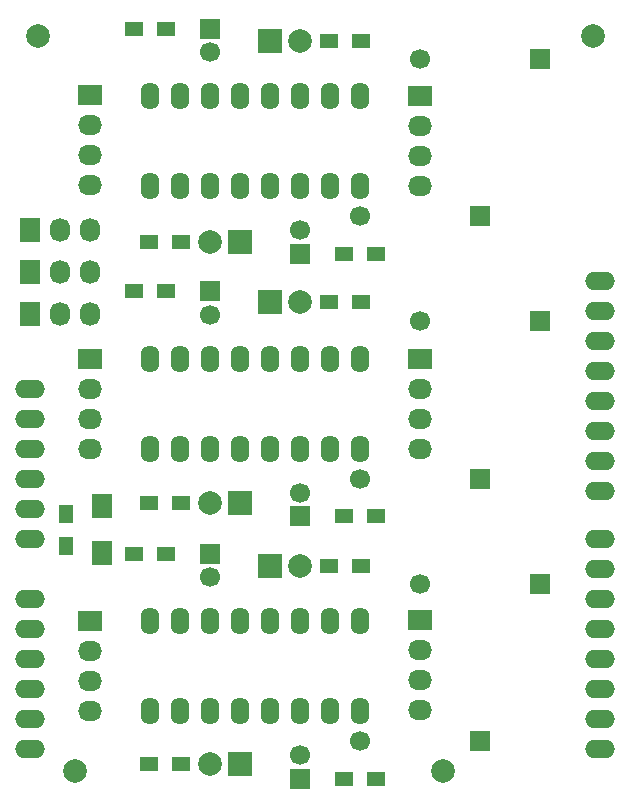
<source format=gts>
G04 #@! TF.FileFunction,Soldermask,Top*
%FSLAX46Y46*%
G04 Gerber Fmt 4.6, Leading zero omitted, Abs format (unit mm)*
G04 Created by KiCad (PCBNEW 4.0.2+e4-6225~38~ubuntu16.04.1-stable) date Mo 27 Jun 2016 13:05:29 CEST*
%MOMM*%
G01*
G04 APERTURE LIST*
%ADD10C,0.100000*%
%ADD11O,2.540000X1.524000*%
%ADD12C,2.000000*%
%ADD13R,1.700000X1.700000*%
%ADD14C,1.700000*%
%ADD15C,1.699260*%
%ADD16R,1.699260X1.699260*%
%ADD17R,2.000000X2.000000*%
%ADD18O,1.600000X2.300000*%
%ADD19R,2.032000X1.727200*%
%ADD20O,2.032000X1.727200*%
%ADD21R,1.500000X1.300000*%
%ADD22R,1.300000X1.500000*%
%ADD23R,1.700000X2.000000*%
%ADD24R,1.727200X2.032000*%
%ADD25O,1.727200X2.032000*%
G04 APERTURE END LIST*
D10*
D11*
X83820000Y-130810000D03*
X83820000Y-128270000D03*
X83820000Y-125730000D03*
X83820000Y-118110000D03*
X83820000Y-120650000D03*
X83820000Y-123190000D03*
X83820000Y-113030000D03*
X83820000Y-110490000D03*
X83820000Y-107950000D03*
X83820000Y-102870000D03*
X83820000Y-100330000D03*
X132080000Y-130810000D03*
X132080000Y-128270000D03*
X132080000Y-125730000D03*
X132080000Y-123190000D03*
X132080000Y-120650000D03*
X132080000Y-118110000D03*
X132080000Y-115570000D03*
X132080000Y-113030000D03*
X132080000Y-108966000D03*
X132080000Y-106426000D03*
X132080000Y-103886000D03*
X132080000Y-101346000D03*
X132080000Y-98806000D03*
X132080000Y-96266000D03*
X132080000Y-93726000D03*
X132080000Y-91186000D03*
X83820000Y-105410000D03*
D12*
X131445000Y-70485000D03*
X118745000Y-132715000D03*
X84455000Y-70485000D03*
X87630000Y-132715000D03*
D13*
X99060000Y-114300000D03*
D14*
X99060000Y-116300000D03*
D13*
X99060000Y-92075000D03*
D14*
X99060000Y-94075000D03*
D13*
X106680000Y-133350000D03*
D14*
X106680000Y-131350000D03*
D13*
X106680000Y-111125000D03*
D14*
X106680000Y-109125000D03*
D13*
X99060000Y-69850000D03*
D14*
X99060000Y-71850000D03*
D13*
X106680000Y-88900000D03*
D14*
X106680000Y-86900000D03*
D15*
X111759480Y-130177540D03*
D16*
X121919480Y-130177540D03*
D15*
X111759480Y-107952540D03*
D16*
X121919480Y-107952540D03*
D15*
X111759480Y-85727540D03*
D16*
X121919480Y-85727540D03*
D15*
X116839480Y-116842540D03*
D16*
X126999480Y-116842540D03*
D15*
X116839480Y-94617540D03*
D16*
X126999480Y-94617540D03*
D15*
X116839480Y-72392540D03*
D16*
X126999480Y-72392540D03*
D17*
X101600000Y-132080000D03*
D12*
X99060000Y-132080000D03*
D17*
X101600000Y-109982000D03*
D12*
X99060000Y-109982000D03*
D17*
X101600000Y-87884000D03*
D12*
X99060000Y-87884000D03*
D17*
X104140000Y-70866000D03*
D12*
X106680000Y-70866000D03*
D18*
X93980000Y-127635000D03*
X96520000Y-127635000D03*
X99060000Y-127635000D03*
X101600000Y-127635000D03*
X104140000Y-127635000D03*
X106680000Y-127635000D03*
X109220000Y-127635000D03*
X111760000Y-127635000D03*
X111760000Y-120015000D03*
X109220000Y-120015000D03*
X106680000Y-120015000D03*
X104140000Y-120015000D03*
X101600000Y-120015000D03*
X99060000Y-120015000D03*
X96520000Y-120015000D03*
X93980000Y-120015000D03*
X93980000Y-105410000D03*
X96520000Y-105410000D03*
X99060000Y-105410000D03*
X101600000Y-105410000D03*
X104140000Y-105410000D03*
X106680000Y-105410000D03*
X109220000Y-105410000D03*
X111760000Y-105410000D03*
X111760000Y-97790000D03*
X109220000Y-97790000D03*
X106680000Y-97790000D03*
X104140000Y-97790000D03*
X101600000Y-97790000D03*
X99060000Y-97790000D03*
X96520000Y-97790000D03*
X93980000Y-97790000D03*
X93980000Y-83185000D03*
X96520000Y-83185000D03*
X99060000Y-83185000D03*
X101600000Y-83185000D03*
X104140000Y-83185000D03*
X106680000Y-83185000D03*
X109220000Y-83185000D03*
X111760000Y-83185000D03*
X111760000Y-75565000D03*
X109220000Y-75565000D03*
X106680000Y-75565000D03*
X104140000Y-75565000D03*
X101600000Y-75565000D03*
X99060000Y-75565000D03*
X96520000Y-75565000D03*
X93980000Y-75565000D03*
D19*
X88900000Y-120015000D03*
D20*
X88900000Y-122555000D03*
X88900000Y-125095000D03*
X88900000Y-127635000D03*
D19*
X88900000Y-97790000D03*
D20*
X88900000Y-100330000D03*
X88900000Y-102870000D03*
X88900000Y-105410000D03*
D19*
X88900000Y-75438000D03*
D20*
X88900000Y-77978000D03*
X88900000Y-80518000D03*
X88900000Y-83058000D03*
D19*
X116840000Y-119888000D03*
D20*
X116840000Y-122428000D03*
X116840000Y-124968000D03*
X116840000Y-127508000D03*
D19*
X116840000Y-97790000D03*
D20*
X116840000Y-100330000D03*
X116840000Y-102870000D03*
X116840000Y-105410000D03*
D19*
X116840000Y-75565000D03*
D20*
X116840000Y-78105000D03*
X116840000Y-80645000D03*
X116840000Y-83185000D03*
D21*
X96600000Y-132080000D03*
X93900000Y-132080000D03*
X96600000Y-109982000D03*
X93900000Y-109982000D03*
X95330000Y-114300000D03*
X92630000Y-114300000D03*
X95330000Y-92075000D03*
X92630000Y-92075000D03*
X110410000Y-133350000D03*
X113110000Y-133350000D03*
X110410000Y-111125000D03*
X113110000Y-111125000D03*
X109140000Y-115316000D03*
X111840000Y-115316000D03*
X109140000Y-92964000D03*
X111840000Y-92964000D03*
X96600000Y-87884000D03*
X93900000Y-87884000D03*
X95330000Y-69850000D03*
X92630000Y-69850000D03*
X110410000Y-88900000D03*
X113110000Y-88900000D03*
X109140000Y-70866000D03*
X111840000Y-70866000D03*
D22*
X86868000Y-113618000D03*
X86868000Y-110918000D03*
D23*
X89916000Y-110268000D03*
X89916000Y-114268000D03*
D17*
X104140000Y-115316000D03*
D12*
X106680000Y-115316000D03*
D17*
X104140000Y-92964000D03*
D12*
X106680000Y-92964000D03*
D24*
X83820000Y-86868000D03*
D25*
X86360000Y-86868000D03*
X88900000Y-86868000D03*
D24*
X83820000Y-90424000D03*
D25*
X86360000Y-90424000D03*
X88900000Y-90424000D03*
D24*
X83820000Y-93980000D03*
D25*
X86360000Y-93980000D03*
X88900000Y-93980000D03*
M02*

</source>
